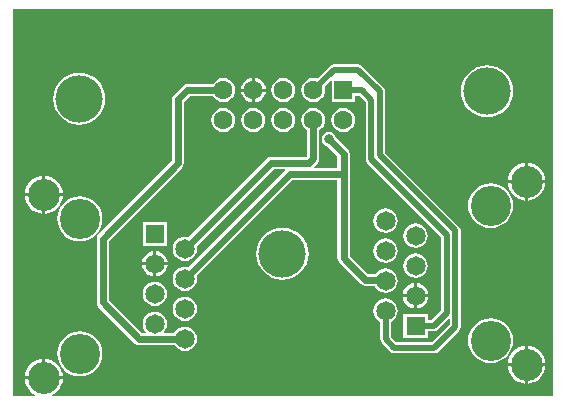
<source format=gbl>
G04*
G04 #@! TF.GenerationSoftware,Altium Limited,Altium Designer,20.0.13 (296)*
G04*
G04 Layer_Physical_Order=2*
G04 Layer_Color=16711680*
%FSLAX44Y44*%
%MOMM*%
G71*
G01*
G75*
%ADD26C,0.6000*%
%ADD27C,3.4000*%
%ADD28R,1.6500X1.6500*%
%ADD29C,1.6500*%
%ADD30C,2.7000*%
%ADD31C,4.0000*%
%ADD32C,1.6050*%
%ADD33R,1.6050X1.6050*%
%ADD34C,0.8000*%
%ADD35C,0.5000*%
G36*
X460431Y3569D02*
X36633D01*
X36315Y4839D01*
X38205Y5849D01*
X40647Y7853D01*
X42651Y10295D01*
X44141Y13082D01*
X45058Y16106D01*
X45243Y17980D01*
X29250D01*
X13257D01*
X13442Y16106D01*
X14359Y13082D01*
X15849Y10295D01*
X17853Y7853D01*
X20296Y5849D01*
X22185Y4839D01*
X21867Y3569D01*
X3569D01*
Y331431D01*
X460431D01*
Y3569D01*
D02*
G37*
%LPC*%
G36*
X295571Y284588D02*
X274600D01*
X272844Y284239D01*
X271356Y283244D01*
X260585Y272473D01*
X260117Y272667D01*
X257500Y273011D01*
X254883Y272667D01*
X252444Y271657D01*
X250350Y270050D01*
X248743Y267956D01*
X247733Y265517D01*
X247388Y262900D01*
X247733Y260283D01*
X248743Y257844D01*
X250350Y255750D01*
X252444Y254143D01*
X254883Y253133D01*
X257500Y252789D01*
X260117Y253133D01*
X262556Y254143D01*
X264650Y255750D01*
X266257Y257844D01*
X267267Y260283D01*
X267612Y262900D01*
X267267Y265517D01*
X267073Y265985D01*
X271702Y270613D01*
X272875Y270127D01*
Y252875D01*
X292925D01*
Y257912D01*
X296350D01*
X301912Y252349D01*
Y204500D01*
X302261Y202744D01*
X303256Y201256D01*
X365912Y138600D01*
Y76400D01*
X357483Y67972D01*
X354250D01*
Y73634D01*
X333750D01*
Y53134D01*
X354250D01*
Y58796D01*
X359384D01*
X361140Y59145D01*
X362628Y60140D01*
X371739Y69250D01*
X372912Y68764D01*
Y64150D01*
X358100Y49338D01*
X327650D01*
X323188Y53801D01*
Y66890D01*
X323769Y67131D01*
X325910Y68774D01*
X327553Y70915D01*
X328586Y73408D01*
X328938Y76084D01*
X328586Y78760D01*
X327553Y81253D01*
X325910Y83394D01*
X323769Y85037D01*
X321276Y86070D01*
X318600Y86422D01*
X315924Y86070D01*
X313431Y85037D01*
X311290Y83394D01*
X309647Y81253D01*
X308614Y78760D01*
X308262Y76084D01*
X308614Y73408D01*
X309647Y70915D01*
X311290Y68774D01*
X313431Y67131D01*
X314012Y66890D01*
Y51900D01*
X314361Y50144D01*
X315356Y48656D01*
X322506Y41506D01*
X323994Y40511D01*
X325750Y40162D01*
X360000D01*
X361756Y40511D01*
X363244Y41506D01*
X380744Y59006D01*
X381739Y60494D01*
X382088Y62250D01*
Y144000D01*
X381739Y145756D01*
X380744Y147244D01*
X318088Y209900D01*
Y262071D01*
X317739Y263827D01*
X316744Y265315D01*
X298815Y283244D01*
X297327Y284239D01*
X295571Y284588D01*
D02*
G37*
G36*
X207970Y273389D02*
Y264170D01*
X217189D01*
X216993Y265658D01*
X215928Y268228D01*
X214235Y270435D01*
X212028Y272129D01*
X209458Y273193D01*
X207970Y273389D01*
D02*
G37*
G36*
X205430Y273389D02*
X203942Y273193D01*
X201372Y272129D01*
X199165Y270435D01*
X197472Y268228D01*
X196407Y265658D01*
X196211Y264170D01*
X205430D01*
Y273389D01*
D02*
G37*
G36*
X232100Y273011D02*
X229483Y272667D01*
X227044Y271657D01*
X224950Y270050D01*
X223343Y267956D01*
X222333Y265517D01*
X221989Y262900D01*
X222333Y260283D01*
X223343Y257844D01*
X224950Y255750D01*
X227044Y254143D01*
X229483Y253133D01*
X232100Y252789D01*
X234717Y253133D01*
X237156Y254143D01*
X239250Y255750D01*
X240857Y257844D01*
X241867Y260283D01*
X242211Y262900D01*
X241867Y265517D01*
X240857Y267956D01*
X239250Y270050D01*
X237156Y271657D01*
X234717Y272667D01*
X232100Y273011D01*
D02*
G37*
G36*
X181300D02*
X178683Y272667D01*
X176244Y271657D01*
X174150Y270050D01*
X172576Y267998D01*
X150650D01*
X148699Y267610D01*
X147045Y266505D01*
X139145Y258605D01*
X138040Y256951D01*
X137652Y255000D01*
Y203001D01*
X75381Y140730D01*
X74275Y139076D01*
X73887Y137125D01*
Y83015D01*
X74275Y81064D01*
X75381Y79410D01*
X106645Y48145D01*
X108299Y47040D01*
X110250Y46652D01*
X140064D01*
X141340Y44990D01*
X143481Y43347D01*
X145974Y42314D01*
X148650Y41962D01*
X151326Y42314D01*
X153819Y43347D01*
X155960Y44990D01*
X157603Y47131D01*
X158636Y49624D01*
X158988Y52300D01*
X158636Y54976D01*
X157603Y57469D01*
X155960Y59610D01*
X153819Y61253D01*
X151326Y62286D01*
X148650Y62638D01*
X145974Y62286D01*
X143481Y61253D01*
X141340Y59610D01*
X139697Y57469D01*
X139439Y56848D01*
X131449D01*
X130889Y58118D01*
X132203Y59831D01*
X133236Y62324D01*
X133588Y65000D01*
X133236Y67676D01*
X132203Y70169D01*
X130560Y72310D01*
X128419Y73953D01*
X125926Y74986D01*
X123250Y75338D01*
X120574Y74986D01*
X118081Y73953D01*
X115940Y72310D01*
X114297Y70169D01*
X113264Y67676D01*
X112912Y65000D01*
X113264Y62324D01*
X114297Y59831D01*
X115611Y58118D01*
X115051Y56848D01*
X112362D01*
X84083Y85126D01*
Y135013D01*
X146355Y197285D01*
X147460Y198939D01*
X147848Y200890D01*
Y252888D01*
X152762Y257802D01*
X172576D01*
X174150Y255750D01*
X176244Y254143D01*
X178683Y253133D01*
X181300Y252789D01*
X183917Y253133D01*
X186356Y254143D01*
X188450Y255750D01*
X190057Y257844D01*
X191067Y260283D01*
X191411Y262900D01*
X191067Y265517D01*
X190057Y267956D01*
X188450Y270050D01*
X186356Y271657D01*
X183917Y272667D01*
X181300Y273011D01*
D02*
G37*
G36*
X205430Y261630D02*
X196211D01*
X196407Y260142D01*
X197472Y257572D01*
X199165Y255365D01*
X201372Y253671D01*
X203942Y252607D01*
X205430Y252411D01*
Y261630D01*
D02*
G37*
G36*
X217189D02*
X207970D01*
Y252411D01*
X209458Y252607D01*
X212028Y253671D01*
X214235Y255365D01*
X215928Y257572D01*
X216993Y260142D01*
X217189Y261630D01*
D02*
G37*
G36*
X404500Y283856D02*
X400187Y283432D01*
X396040Y282174D01*
X392218Y280131D01*
X388868Y277382D01*
X386119Y274032D01*
X384076Y270210D01*
X382818Y266063D01*
X382394Y261750D01*
X382818Y257437D01*
X384076Y253290D01*
X386119Y249468D01*
X388868Y246118D01*
X392218Y243369D01*
X396040Y241326D01*
X400187Y240068D01*
X404500Y239644D01*
X408813Y240068D01*
X412960Y241326D01*
X416782Y243369D01*
X420132Y246118D01*
X422881Y249468D01*
X424924Y253290D01*
X426182Y257437D01*
X426606Y261750D01*
X426182Y266063D01*
X424924Y270210D01*
X422881Y274032D01*
X420132Y277382D01*
X416782Y280131D01*
X412960Y282174D01*
X408813Y283432D01*
X404500Y283856D01*
D02*
G37*
G36*
X59250Y277606D02*
X54937Y277182D01*
X50790Y275924D01*
X46968Y273881D01*
X43618Y271132D01*
X40869Y267782D01*
X38826Y263960D01*
X37568Y259813D01*
X37144Y255500D01*
X37568Y251187D01*
X38826Y247040D01*
X40869Y243218D01*
X43618Y239868D01*
X46968Y237119D01*
X50790Y235076D01*
X54937Y233818D01*
X59250Y233394D01*
X63563Y233818D01*
X67710Y235076D01*
X71532Y237119D01*
X74882Y239868D01*
X77631Y243218D01*
X79674Y247040D01*
X80932Y251187D01*
X81356Y255500D01*
X80932Y259813D01*
X79674Y263960D01*
X77631Y267782D01*
X74882Y271132D01*
X71532Y273881D01*
X67710Y275924D01*
X63563Y277182D01*
X59250Y277606D01*
D02*
G37*
G36*
X282900Y247612D02*
X280283Y247267D01*
X277844Y246257D01*
X275750Y244650D01*
X274143Y242556D01*
X273133Y240117D01*
X272789Y237500D01*
X273133Y234883D01*
X274143Y232444D01*
X275750Y230350D01*
X277844Y228743D01*
X280283Y227733D01*
X282900Y227388D01*
X285517Y227733D01*
X287956Y228743D01*
X290050Y230350D01*
X291657Y232444D01*
X292667Y234883D01*
X293011Y237500D01*
X292667Y240117D01*
X291657Y242556D01*
X290050Y244650D01*
X287956Y246257D01*
X285517Y247267D01*
X282900Y247612D01*
D02*
G37*
G36*
X232100D02*
X229483Y247267D01*
X227044Y246257D01*
X224950Y244650D01*
X223343Y242556D01*
X222333Y240117D01*
X221989Y237500D01*
X222333Y234883D01*
X223343Y232444D01*
X224950Y230350D01*
X227044Y228743D01*
X229483Y227733D01*
X232100Y227388D01*
X234717Y227733D01*
X237156Y228743D01*
X239250Y230350D01*
X240857Y232444D01*
X241867Y234883D01*
X242211Y237500D01*
X241867Y240117D01*
X240857Y242556D01*
X239250Y244650D01*
X237156Y246257D01*
X234717Y247267D01*
X232100Y247612D01*
D02*
G37*
G36*
X206700D02*
X204083Y247267D01*
X201644Y246257D01*
X199550Y244650D01*
X197943Y242556D01*
X196933Y240117D01*
X196588Y237500D01*
X196933Y234883D01*
X197943Y232444D01*
X199550Y230350D01*
X201644Y228743D01*
X204083Y227733D01*
X206700Y227388D01*
X209317Y227733D01*
X211756Y228743D01*
X213850Y230350D01*
X215457Y232444D01*
X216467Y234883D01*
X216812Y237500D01*
X216467Y240117D01*
X215457Y242556D01*
X213850Y244650D01*
X211756Y246257D01*
X209317Y247267D01*
X206700Y247612D01*
D02*
G37*
G36*
X181300D02*
X178683Y247267D01*
X176244Y246257D01*
X174150Y244650D01*
X172543Y242556D01*
X171533Y240117D01*
X171189Y237500D01*
X171533Y234883D01*
X172543Y232444D01*
X174150Y230350D01*
X176244Y228743D01*
X178683Y227733D01*
X181300Y227388D01*
X183917Y227733D01*
X186356Y228743D01*
X188450Y230350D01*
X190057Y232444D01*
X191067Y234883D01*
X191411Y237500D01*
X191067Y240117D01*
X190057Y242556D01*
X188450Y244650D01*
X186356Y246257D01*
X183917Y247267D01*
X181300Y247612D01*
D02*
G37*
G36*
X439270Y201327D02*
Y186604D01*
X453993D01*
X453808Y188478D01*
X452891Y191502D01*
X451401Y194289D01*
X449397Y196731D01*
X446954Y198735D01*
X444168Y200225D01*
X441144Y201142D01*
X439270Y201327D01*
D02*
G37*
G36*
X436730D02*
X434856Y201142D01*
X431832Y200225D01*
X429045Y198735D01*
X426603Y196731D01*
X424599Y194289D01*
X423109Y191502D01*
X422192Y188478D01*
X422007Y186604D01*
X436730D01*
Y201327D01*
D02*
G37*
G36*
X30520Y190243D02*
Y175520D01*
X45243D01*
X45058Y177394D01*
X44141Y180418D01*
X42651Y183204D01*
X40647Y185647D01*
X38205Y187651D01*
X35418Y189141D01*
X32394Y190058D01*
X30520Y190243D01*
D02*
G37*
G36*
X27980D02*
X26106Y190058D01*
X23082Y189141D01*
X20296Y187651D01*
X17853Y185647D01*
X15849Y183204D01*
X14359Y180418D01*
X13442Y177394D01*
X13257Y175520D01*
X27980D01*
Y190243D01*
D02*
G37*
G36*
X436730Y184064D02*
X422007D01*
X422192Y182190D01*
X423109Y179166D01*
X424599Y176380D01*
X426603Y173937D01*
X429045Y171933D01*
X431832Y170443D01*
X434856Y169526D01*
X436730Y169342D01*
Y184064D01*
D02*
G37*
G36*
X453993D02*
X439270D01*
Y169342D01*
X441144Y169526D01*
X444168Y170443D01*
X446954Y171933D01*
X449397Y173937D01*
X451401Y176380D01*
X452891Y179166D01*
X453808Y182190D01*
X453993Y184064D01*
D02*
G37*
G36*
X45243Y172980D02*
X30520D01*
Y158258D01*
X32394Y158442D01*
X35418Y159359D01*
X38205Y160849D01*
X40647Y162853D01*
X42651Y165296D01*
X44141Y168082D01*
X45058Y171106D01*
X45243Y172980D01*
D02*
G37*
G36*
X27980D02*
X13257D01*
X13442Y171106D01*
X14359Y168082D01*
X15849Y165296D01*
X17853Y162853D01*
X20296Y160849D01*
X23082Y159359D01*
X26106Y158442D01*
X27980Y158258D01*
Y172980D01*
D02*
G37*
G36*
X407500Y184076D02*
X403775Y183709D01*
X400194Y182623D01*
X396893Y180858D01*
X394000Y178484D01*
X391626Y175591D01*
X389861Y172290D01*
X388775Y168709D01*
X388408Y164984D01*
X388775Y161259D01*
X389861Y157678D01*
X391626Y154377D01*
X394000Y151484D01*
X396893Y149110D01*
X400194Y147345D01*
X403775Y146259D01*
X407500Y145892D01*
X411225Y146259D01*
X414806Y147345D01*
X418107Y149110D01*
X421000Y151484D01*
X423374Y154377D01*
X425139Y157678D01*
X426225Y161259D01*
X426592Y164984D01*
X426225Y168709D01*
X425139Y172290D01*
X423374Y175591D01*
X421000Y178484D01*
X418107Y180858D01*
X414806Y182623D01*
X411225Y183709D01*
X407500Y184076D01*
D02*
G37*
G36*
X318600Y162622D02*
X315924Y162270D01*
X313431Y161237D01*
X311290Y159594D01*
X309647Y157453D01*
X308614Y154960D01*
X308262Y152284D01*
X308614Y149608D01*
X309647Y147115D01*
X311290Y144974D01*
X313431Y143331D01*
X315924Y142298D01*
X318600Y141946D01*
X321276Y142298D01*
X323769Y143331D01*
X325910Y144974D01*
X327553Y147115D01*
X328586Y149608D01*
X328938Y152284D01*
X328586Y154960D01*
X327553Y157453D01*
X325910Y159594D01*
X323769Y161237D01*
X321276Y162270D01*
X318600Y162622D01*
D02*
G37*
G36*
X59750Y172992D02*
X56025Y172625D01*
X52444Y171539D01*
X49143Y169774D01*
X46250Y167400D01*
X43876Y164507D01*
X42111Y161206D01*
X41025Y157625D01*
X40658Y153900D01*
X41025Y150175D01*
X42111Y146594D01*
X43876Y143293D01*
X46250Y140400D01*
X49143Y138026D01*
X52444Y136261D01*
X56025Y135175D01*
X59750Y134808D01*
X63475Y135175D01*
X67056Y136261D01*
X70357Y138026D01*
X73250Y140400D01*
X75624Y143293D01*
X77389Y146594D01*
X78475Y150175D01*
X78842Y153900D01*
X78475Y157625D01*
X77389Y161206D01*
X75624Y164507D01*
X73250Y167400D01*
X70357Y169774D01*
X67056Y171539D01*
X63475Y172625D01*
X59750Y172992D01*
D02*
G37*
G36*
X133500Y151450D02*
X113000D01*
Y130950D01*
X133500D01*
Y151450D01*
D02*
G37*
G36*
X344000Y149922D02*
X341324Y149570D01*
X338831Y148537D01*
X336690Y146894D01*
X335047Y144753D01*
X334014Y142260D01*
X333662Y139584D01*
X334014Y136908D01*
X335047Y134415D01*
X336690Y132274D01*
X338831Y130631D01*
X341324Y129598D01*
X344000Y129246D01*
X346676Y129598D01*
X349169Y130631D01*
X351310Y132274D01*
X352953Y134415D01*
X353986Y136908D01*
X354338Y139584D01*
X353986Y142260D01*
X352953Y144753D01*
X351310Y146894D01*
X349169Y148537D01*
X346676Y149570D01*
X344000Y149922D01*
D02*
G37*
G36*
X124520Y126516D02*
Y117070D01*
X133966D01*
X133762Y118617D01*
X132675Y121242D01*
X130946Y123496D01*
X128692Y125225D01*
X126067Y126312D01*
X124520Y126516D01*
D02*
G37*
G36*
X121980D02*
X120433Y126312D01*
X117809Y125225D01*
X115555Y123496D01*
X113825Y121242D01*
X112738Y118617D01*
X112534Y117070D01*
X121980D01*
Y126516D01*
D02*
G37*
G36*
X318600Y137222D02*
X315924Y136870D01*
X313431Y135837D01*
X311290Y134194D01*
X309647Y132053D01*
X308614Y129560D01*
X308262Y126884D01*
X308614Y124208D01*
X309647Y121715D01*
X311290Y119574D01*
X313431Y117931D01*
X315924Y116898D01*
X318600Y116546D01*
X321276Y116898D01*
X323769Y117931D01*
X325910Y119574D01*
X327553Y121715D01*
X328586Y124208D01*
X328938Y126884D01*
X328586Y129560D01*
X327553Y132053D01*
X325910Y134194D01*
X323769Y135837D01*
X321276Y136870D01*
X318600Y137222D01*
D02*
G37*
G36*
X121980Y114530D02*
X112534D01*
X112738Y112983D01*
X113825Y110358D01*
X115555Y108104D01*
X117809Y106375D01*
X120433Y105288D01*
X121980Y105084D01*
Y114530D01*
D02*
G37*
G36*
X133966D02*
X124520D01*
Y105084D01*
X126067Y105288D01*
X128692Y106375D01*
X130946Y108104D01*
X132675Y110358D01*
X133762Y112983D01*
X133966Y114530D01*
D02*
G37*
G36*
X344000Y124522D02*
X341324Y124170D01*
X338831Y123137D01*
X336690Y121494D01*
X335047Y119353D01*
X334014Y116860D01*
X333662Y114184D01*
X334014Y111508D01*
X335047Y109015D01*
X336690Y106874D01*
X338831Y105231D01*
X341324Y104198D01*
X344000Y103846D01*
X346676Y104198D01*
X349169Y105231D01*
X351310Y106874D01*
X352953Y109015D01*
X353986Y111508D01*
X354338Y114184D01*
X353986Y116860D01*
X352953Y119353D01*
X351310Y121494D01*
X349169Y123137D01*
X346676Y124170D01*
X344000Y124522D01*
D02*
G37*
G36*
X231250Y146356D02*
X226937Y145932D01*
X222790Y144674D01*
X218968Y142631D01*
X215618Y139882D01*
X212869Y136532D01*
X210826Y132710D01*
X209568Y128563D01*
X209144Y124250D01*
X209568Y119937D01*
X210826Y115790D01*
X212869Y111968D01*
X215618Y108618D01*
X218968Y105869D01*
X222790Y103826D01*
X226937Y102568D01*
X231250Y102144D01*
X235563Y102568D01*
X239710Y103826D01*
X243532Y105869D01*
X246882Y108618D01*
X249631Y111968D01*
X251674Y115790D01*
X252932Y119937D01*
X253356Y124250D01*
X252932Y128563D01*
X251674Y132710D01*
X249631Y136532D01*
X246882Y139882D01*
X243532Y142631D01*
X239710Y144674D01*
X235563Y145932D01*
X231250Y146356D01*
D02*
G37*
G36*
X257500Y247612D02*
X254883Y247267D01*
X252444Y246257D01*
X250350Y244650D01*
X248743Y242556D01*
X247733Y240117D01*
X247388Y237500D01*
X247733Y234883D01*
X248743Y232444D01*
X250350Y230350D01*
X252402Y228776D01*
Y207126D01*
X251874Y206598D01*
X221650D01*
X219699Y206210D01*
X218045Y205105D01*
X151397Y138457D01*
X151326Y138486D01*
X148650Y138838D01*
X145974Y138486D01*
X143481Y137453D01*
X141340Y135810D01*
X139697Y133669D01*
X138664Y131176D01*
X138312Y128500D01*
X138664Y125824D01*
X139697Y123331D01*
X141340Y121190D01*
X143481Y119547D01*
X145974Y118514D01*
X148650Y118162D01*
X151326Y118514D01*
X153819Y119547D01*
X155960Y121190D01*
X157603Y123331D01*
X158636Y125824D01*
X158988Y128500D01*
X158636Y131176D01*
X158607Y131247D01*
X223762Y196402D01*
X233157D01*
X233472Y195132D01*
X151397Y113057D01*
X151326Y113086D01*
X148650Y113438D01*
X145974Y113086D01*
X143481Y112053D01*
X141340Y110410D01*
X139697Y108269D01*
X138664Y105776D01*
X138312Y103100D01*
X138664Y100424D01*
X139697Y97931D01*
X141340Y95790D01*
X143481Y94147D01*
X145974Y93114D01*
X148650Y92762D01*
X151326Y93114D01*
X153819Y94147D01*
X155960Y95790D01*
X157603Y97931D01*
X158636Y100424D01*
X158988Y103100D01*
X158636Y105776D01*
X158607Y105847D01*
X239412Y186652D01*
X277887D01*
Y120515D01*
X278275Y118564D01*
X279380Y116910D01*
X297745Y98545D01*
X299399Y97440D01*
X301350Y97052D01*
X309341D01*
X309647Y96315D01*
X311290Y94174D01*
X313431Y92531D01*
X315924Y91498D01*
X318600Y91146D01*
X321276Y91498D01*
X323769Y92531D01*
X325910Y94174D01*
X327553Y96315D01*
X328586Y98808D01*
X328938Y101484D01*
X328586Y104160D01*
X327553Y106653D01*
X325910Y108794D01*
X323769Y110437D01*
X321276Y111470D01*
X318600Y111822D01*
X315924Y111470D01*
X313431Y110437D01*
X311290Y108794D01*
X310103Y107248D01*
X303462D01*
X288083Y122626D01*
Y191750D01*
Y209015D01*
X287695Y210966D01*
X286590Y212619D01*
X276346Y222863D01*
X276152Y223841D01*
X274826Y225826D01*
X272841Y227152D01*
X270500Y227617D01*
X268159Y227152D01*
X266174Y225826D01*
X264848Y223841D01*
X264382Y221500D01*
X264848Y219159D01*
X266174Y217174D01*
X268159Y215848D01*
X269137Y215654D01*
X277887Y206903D01*
Y196848D01*
X258128D01*
X257813Y198118D01*
X261105Y201410D01*
X262210Y203064D01*
X262598Y205015D01*
Y228776D01*
X264650Y230350D01*
X266257Y232444D01*
X267267Y234883D01*
X267612Y237500D01*
X267267Y240117D01*
X266257Y242556D01*
X264650Y244650D01*
X262556Y246257D01*
X260117Y247267D01*
X257500Y247612D01*
D02*
G37*
G36*
X345270Y99500D02*
Y90054D01*
X354716D01*
X354512Y91601D01*
X353425Y94226D01*
X351696Y96480D01*
X349441Y98209D01*
X346817Y99296D01*
X345270Y99500D01*
D02*
G37*
G36*
X342730Y99500D02*
X341183Y99296D01*
X338559Y98209D01*
X336305Y96480D01*
X334575Y94226D01*
X333488Y91601D01*
X333284Y90054D01*
X342730D01*
Y99500D01*
D02*
G37*
G36*
X123250Y100738D02*
X120574Y100386D01*
X118081Y99353D01*
X115940Y97710D01*
X114297Y95569D01*
X113264Y93076D01*
X112912Y90400D01*
X113264Y87724D01*
X114297Y85231D01*
X115940Y83090D01*
X118081Y81447D01*
X120574Y80414D01*
X123250Y80062D01*
X125926Y80414D01*
X128419Y81447D01*
X130560Y83090D01*
X132203Y85231D01*
X133236Y87724D01*
X133588Y90400D01*
X133236Y93076D01*
X132203Y95569D01*
X130560Y97710D01*
X128419Y99353D01*
X125926Y100386D01*
X123250Y100738D01*
D02*
G37*
G36*
X342730Y87514D02*
X333284D01*
X333488Y85967D01*
X334575Y83343D01*
X336305Y81088D01*
X338559Y79359D01*
X341183Y78272D01*
X342730Y78068D01*
Y87514D01*
D02*
G37*
G36*
X354716D02*
X345270D01*
Y78068D01*
X346817Y78272D01*
X349441Y79359D01*
X351696Y81088D01*
X353425Y83343D01*
X354512Y85967D01*
X354716Y87514D01*
D02*
G37*
G36*
X148650Y88038D02*
X145974Y87686D01*
X143481Y86653D01*
X141340Y85010D01*
X139697Y82869D01*
X138664Y80376D01*
X138312Y77700D01*
X138664Y75024D01*
X139697Y72531D01*
X141340Y70390D01*
X143481Y68747D01*
X145974Y67714D01*
X148650Y67362D01*
X151326Y67714D01*
X153819Y68747D01*
X155960Y70390D01*
X157603Y72531D01*
X158636Y75024D01*
X158988Y77700D01*
X158636Y80376D01*
X157603Y82869D01*
X155960Y85010D01*
X153819Y86653D01*
X151326Y87686D01*
X148650Y88038D01*
D02*
G37*
G36*
X439270Y46326D02*
Y31604D01*
X453993D01*
X453808Y33478D01*
X452891Y36502D01*
X451401Y39288D01*
X449397Y41731D01*
X446954Y43735D01*
X444168Y45225D01*
X441144Y46142D01*
X439270Y46326D01*
D02*
G37*
G36*
X436730D02*
X434856Y46142D01*
X431832Y45225D01*
X429045Y43735D01*
X426603Y41731D01*
X424599Y39288D01*
X423109Y36502D01*
X422192Y33478D01*
X422007Y31604D01*
X436730D01*
Y46326D01*
D02*
G37*
G36*
X407500Y69776D02*
X403775Y69409D01*
X400194Y68323D01*
X396893Y66558D01*
X394000Y64184D01*
X391626Y61291D01*
X389861Y57990D01*
X388775Y54409D01*
X388408Y50684D01*
X388775Y46959D01*
X389861Y43378D01*
X391626Y40077D01*
X394000Y37184D01*
X396893Y34810D01*
X400194Y33045D01*
X403775Y31959D01*
X407500Y31592D01*
X411225Y31959D01*
X414806Y33045D01*
X418107Y34810D01*
X421000Y37184D01*
X423374Y40077D01*
X425139Y43378D01*
X426225Y46959D01*
X426592Y50684D01*
X426225Y54409D01*
X425139Y57990D01*
X423374Y61291D01*
X421000Y64184D01*
X418107Y66558D01*
X414806Y68323D01*
X411225Y69409D01*
X407500Y69776D01*
D02*
G37*
G36*
X30520Y35243D02*
Y20520D01*
X45243D01*
X45058Y22394D01*
X44141Y25418D01*
X42651Y28205D01*
X40647Y30647D01*
X38205Y32651D01*
X35418Y34141D01*
X32394Y35058D01*
X30520Y35243D01*
D02*
G37*
G36*
X27980D02*
X26106Y35058D01*
X23082Y34141D01*
X20296Y32651D01*
X17853Y30647D01*
X15849Y28205D01*
X14359Y25418D01*
X13442Y22394D01*
X13257Y20520D01*
X27980D01*
Y35243D01*
D02*
G37*
G36*
X59750Y58692D02*
X56025Y58325D01*
X52444Y57239D01*
X49143Y55474D01*
X46250Y53100D01*
X43876Y50207D01*
X42111Y46906D01*
X41025Y43325D01*
X40658Y39600D01*
X41025Y35875D01*
X42111Y32294D01*
X43876Y28993D01*
X46250Y26100D01*
X49143Y23726D01*
X52444Y21961D01*
X56025Y20875D01*
X59750Y20508D01*
X63475Y20875D01*
X67056Y21961D01*
X70357Y23726D01*
X73250Y26100D01*
X75624Y28993D01*
X77389Y32294D01*
X78475Y35875D01*
X78842Y39600D01*
X78475Y43325D01*
X77389Y46906D01*
X75624Y50207D01*
X73250Y53100D01*
X70357Y55474D01*
X67056Y57239D01*
X63475Y58325D01*
X59750Y58692D01*
D02*
G37*
G36*
X436730Y29064D02*
X422007D01*
X422192Y27190D01*
X423109Y24166D01*
X424599Y21379D01*
X426603Y18937D01*
X429045Y16933D01*
X431832Y15443D01*
X434856Y14526D01*
X436730Y14341D01*
Y29064D01*
D02*
G37*
G36*
X453993D02*
X439270D01*
Y14341D01*
X441144Y14526D01*
X444168Y15443D01*
X446954Y16933D01*
X449397Y18937D01*
X451401Y21379D01*
X452891Y24166D01*
X453808Y27190D01*
X453993Y29064D01*
D02*
G37*
%LPD*%
D26*
X270500Y221500D02*
X282985Y209015D01*
Y191750D02*
Y209015D01*
Y120515D02*
X301350Y102150D01*
X282985Y120515D02*
Y191750D01*
X317934Y102150D02*
X318600Y101484D01*
X301350Y102150D02*
X317934D01*
X150650Y262900D02*
X181300D01*
X142750Y255000D02*
X150650Y262900D01*
X78985Y83015D02*
Y137125D01*
X142750Y200890D02*
Y255000D01*
X78985Y83015D02*
X110250Y51750D01*
X78985Y137125D02*
X142750Y200890D01*
X148100Y51750D02*
X148650Y52300D01*
X110250Y51750D02*
X148100D01*
X237300Y191750D02*
X282985D01*
X148650Y103100D02*
X237300Y191750D01*
X253985Y201500D02*
X257500Y205015D01*
X148650Y128500D02*
X221650Y201500D01*
X253985D01*
X257500Y205015D02*
Y237500D01*
D27*
X59750Y153900D02*
D03*
Y39600D02*
D03*
X407500Y50684D02*
D03*
Y164984D02*
D03*
D28*
X123250Y141200D02*
D03*
X344000Y63384D02*
D03*
D29*
X148650Y128500D02*
D03*
X123250Y115800D02*
D03*
X148650Y103100D02*
D03*
X123250Y90400D02*
D03*
X148650Y77700D02*
D03*
X123250Y65000D02*
D03*
X148650Y52300D02*
D03*
X318600Y76084D02*
D03*
X344000Y88784D02*
D03*
X318600Y101484D02*
D03*
X344000Y114184D02*
D03*
X318600Y126884D02*
D03*
X344000Y139584D02*
D03*
X318600Y152284D02*
D03*
D30*
X29250Y174250D02*
D03*
Y19250D02*
D03*
X438000Y30334D02*
D03*
Y185334D02*
D03*
D31*
X231250Y124250D02*
D03*
X59250Y255500D02*
D03*
X404500Y261750D02*
D03*
D32*
X181300Y237500D02*
D03*
Y262900D02*
D03*
X206700Y237500D02*
D03*
Y262900D02*
D03*
X232100Y237500D02*
D03*
Y262900D02*
D03*
X257500Y237500D02*
D03*
Y262900D02*
D03*
X282900Y237500D02*
D03*
D33*
Y262900D02*
D03*
D34*
X270500Y221500D02*
D03*
D35*
X360000Y44750D02*
X377500Y62250D01*
X325750Y44750D02*
X360000D01*
X318600Y51900D02*
X325750Y44750D01*
X377500Y62250D02*
Y144000D01*
X282900Y262900D02*
X283300Y262500D01*
X298250D01*
X306500Y254250D01*
Y204500D02*
Y254250D01*
X313500Y208000D02*
Y262071D01*
X274600Y280000D02*
X295571D01*
X313500Y262071D01*
Y208000D02*
X377500Y144000D01*
X306500Y204500D02*
X370500Y140500D01*
X318600Y51900D02*
Y76084D01*
X359384Y63384D02*
X370500Y74500D01*
Y140500D01*
X344000Y63384D02*
X359384D01*
X257500Y262900D02*
X274600Y280000D01*
M02*

</source>
